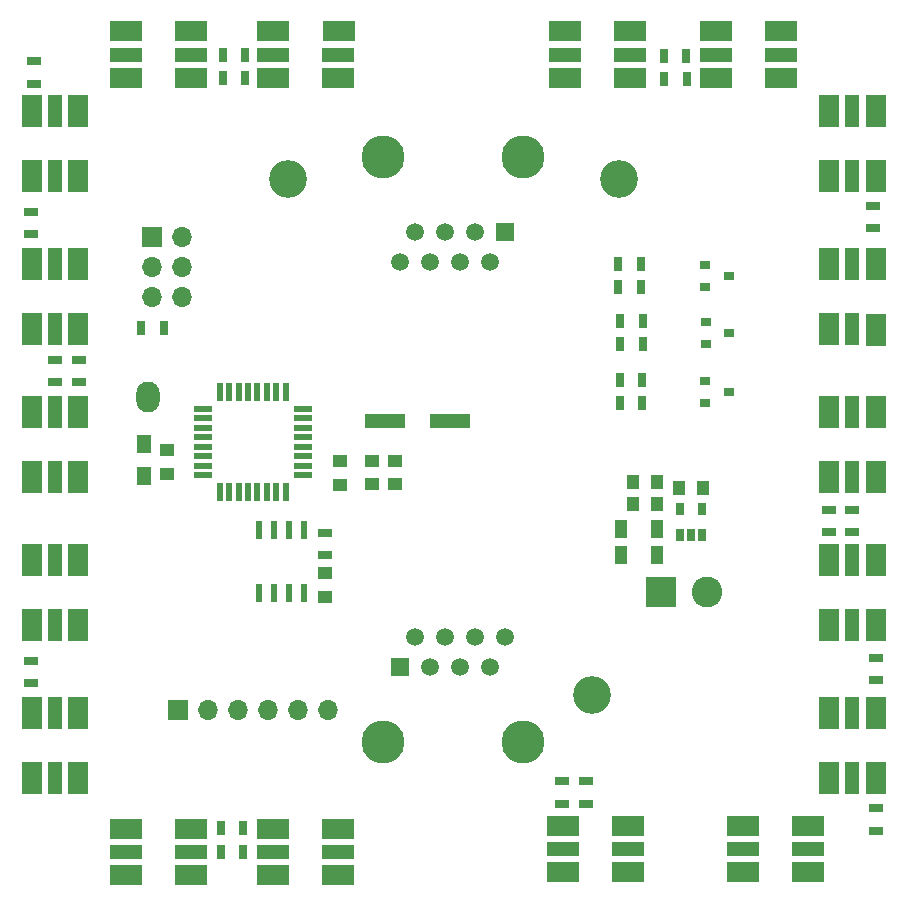
<source format=gts>
G04 #@! TF.FileFunction,Soldermask,Top*
%FSLAX46Y46*%
G04 Gerber Fmt 4.6, Leading zero omitted, Abs format (unit mm)*
G04 Created by KiCad (PCBNEW 4.0.5) date Monday, April 17, 2017 'AMt' 08:56:10 AM*
%MOMM*%
%LPD*%
G01*
G04 APERTURE LIST*
%ADD10C,0.100000*%
%ADD11C,3.200000*%
%ADD12R,0.700000X1.300000*%
%ADD13R,1.300000X0.700000*%
%ADD14R,1.250000X1.000000*%
%ADD15C,3.650000*%
%ADD16R,1.500000X1.500000*%
%ADD17C,1.500000*%
%ADD18R,1.000000X1.250000*%
%ADD19R,1.000000X1.600000*%
%ADD20R,1.600000X0.550000*%
%ADD21R,0.550000X1.600000*%
%ADD22O,2.000000X2.600000*%
%ADD23R,1.700000X1.700000*%
%ADD24O,1.700000X1.700000*%
%ADD25R,0.900000X0.800000*%
%ADD26R,0.650000X1.060000*%
%ADD27R,0.600000X1.550000*%
%ADD28R,2.600000X2.600000*%
%ADD29C,2.600000*%
%ADD30R,1.300000X1.500000*%
%ADD31R,3.500000X1.200000*%
%ADD32R,2.700000X1.700000*%
%ADD33R,2.700000X1.300000*%
%ADD34R,1.700000X2.700000*%
%ADD35R,1.300000X2.700000*%
G04 APERTURE END LIST*
D10*
D11*
X152000000Y-65000000D03*
D12*
X118450000Y-54550000D03*
X120350000Y-54550000D03*
X118450000Y-56500000D03*
X120350000Y-56500000D03*
D13*
X102250000Y-69700000D03*
X102250000Y-67800000D03*
D12*
X120200000Y-120000000D03*
X118300000Y-120000000D03*
X120200000Y-122000000D03*
X118300000Y-122000000D03*
D14*
X133009201Y-88874251D03*
X133009201Y-90874251D03*
X131109201Y-88874251D03*
X131109201Y-90874251D03*
X128400000Y-88900000D03*
X128400000Y-90900000D03*
D15*
X132000000Y-63150000D03*
X143870000Y-63150000D03*
D16*
X142380000Y-69500000D03*
D17*
X141110000Y-72040000D03*
X139840000Y-69500000D03*
X138570000Y-72040000D03*
X137300000Y-69500000D03*
X136030000Y-72040000D03*
X134760000Y-69500000D03*
X133490000Y-72040000D03*
D12*
X155850000Y-56550000D03*
X157750000Y-56550000D03*
X155800000Y-54600000D03*
X157700000Y-54600000D03*
D13*
X173500000Y-67300000D03*
X173500000Y-69200000D03*
X106250000Y-82200000D03*
X106250000Y-80300000D03*
X104250000Y-82200000D03*
X104250000Y-80300000D03*
X102250000Y-107700000D03*
X102250000Y-105800000D03*
D18*
X155200000Y-92550000D03*
X153200000Y-92550000D03*
D19*
X155200000Y-94650000D03*
X152200000Y-94650000D03*
X155200000Y-96850000D03*
X152200000Y-96850000D03*
D14*
X113694529Y-87983473D03*
X113694529Y-89983473D03*
X127100000Y-100400000D03*
X127100000Y-98400000D03*
D18*
X155200000Y-90650000D03*
X153200000Y-90650000D03*
X157100000Y-91150000D03*
X159100000Y-91150000D03*
D20*
X125244529Y-90083473D03*
X125244529Y-89283473D03*
X125244529Y-88483473D03*
X125244529Y-87683473D03*
X125244529Y-86883473D03*
X125244529Y-86083473D03*
X125244529Y-85283473D03*
X125244529Y-84483473D03*
D21*
X123794529Y-83033473D03*
X122994529Y-83033473D03*
X122194529Y-83033473D03*
X121394529Y-83033473D03*
X120594529Y-83033473D03*
X119794529Y-83033473D03*
X118994529Y-83033473D03*
X118194529Y-83033473D03*
D20*
X116744529Y-84483473D03*
X116744529Y-85283473D03*
X116744529Y-86083473D03*
X116744529Y-86883473D03*
X116744529Y-87683473D03*
X116744529Y-88483473D03*
X116744529Y-89283473D03*
X116744529Y-90083473D03*
D21*
X118194529Y-91533473D03*
X118994529Y-91533473D03*
X119794529Y-91533473D03*
X120594529Y-91533473D03*
X121394529Y-91533473D03*
X122194529Y-91533473D03*
X122994529Y-91533473D03*
X123794529Y-91533473D03*
D22*
X112100000Y-83500000D03*
D15*
X143870000Y-112700000D03*
X132000000Y-112700000D03*
D16*
X133490000Y-106350000D03*
D17*
X134760000Y-103810000D03*
X136030000Y-106350000D03*
X137300000Y-103810000D03*
X138570000Y-106350000D03*
X139840000Y-103810000D03*
X141110000Y-106350000D03*
X142380000Y-103810000D03*
D23*
X112500000Y-69960000D03*
D24*
X115040000Y-69960000D03*
X112500000Y-72500000D03*
X115040000Y-72500000D03*
X112500000Y-75040000D03*
X115040000Y-75040000D03*
D23*
X114660000Y-110000000D03*
D24*
X117200000Y-110000000D03*
X119740000Y-110000000D03*
X122280000Y-110000000D03*
X124820000Y-110000000D03*
X127360000Y-110000000D03*
D25*
X159300000Y-82100000D03*
X159300000Y-84000000D03*
X161300000Y-83050000D03*
X159350000Y-77125000D03*
X159350000Y-79025000D03*
X161350000Y-78075000D03*
X159300000Y-72300000D03*
X159300000Y-74200000D03*
X161300000Y-73250000D03*
D13*
X102500000Y-55050000D03*
X102500000Y-56950000D03*
X169800000Y-93000000D03*
X169800000Y-94900000D03*
X171750000Y-93000000D03*
X171750000Y-94900000D03*
X173750000Y-105550000D03*
X173750000Y-107450000D03*
X147150000Y-117900000D03*
X147150000Y-116000000D03*
X149200000Y-117900000D03*
X149200000Y-116000000D03*
X173750000Y-118300000D03*
X173750000Y-120200000D03*
D12*
X151950000Y-74200000D03*
X153850000Y-74200000D03*
X152100000Y-78975000D03*
X154000000Y-78975000D03*
X152050000Y-83950000D03*
X153950000Y-83950000D03*
X153950000Y-82050000D03*
X152050000Y-82050000D03*
X154000000Y-77075000D03*
X152100000Y-77075000D03*
X153850000Y-72200000D03*
X151950000Y-72200000D03*
X113450000Y-77600000D03*
X111550000Y-77600000D03*
D13*
X127100000Y-94950000D03*
X127100000Y-96850000D03*
D26*
X157150000Y-95150000D03*
X158100000Y-95150000D03*
X159050000Y-95150000D03*
X159050000Y-92950000D03*
X157150000Y-92950000D03*
D27*
X125305000Y-94700000D03*
X124035000Y-94700000D03*
X122765000Y-94700000D03*
X121495000Y-94700000D03*
X121495000Y-100100000D03*
X122765000Y-100100000D03*
X124035000Y-100100000D03*
X125305000Y-100100000D03*
D28*
X155520000Y-99980000D03*
D29*
X159480000Y-99980000D03*
D30*
X111794529Y-87433473D03*
X111794529Y-90133473D03*
D31*
X132200000Y-85500000D03*
X137700000Y-85500000D03*
D11*
X149700000Y-108700000D03*
X124000000Y-65000000D03*
D32*
X115750000Y-123975000D03*
D33*
X115750000Y-122000000D03*
D32*
X115750000Y-120025000D03*
X110240000Y-123975000D03*
D33*
X110250000Y-122000000D03*
D32*
X110250000Y-120025000D03*
X128250000Y-123975000D03*
D33*
X128250000Y-122000000D03*
D32*
X128250000Y-120025000D03*
X122740000Y-123975000D03*
D33*
X122750000Y-122000000D03*
D32*
X122750000Y-120025000D03*
X152750000Y-123725000D03*
D33*
X152750000Y-121750000D03*
D32*
X152750000Y-119775000D03*
X147240000Y-123725000D03*
D33*
X147250000Y-121750000D03*
D32*
X147250000Y-119775000D03*
X168000000Y-123725000D03*
D33*
X168000000Y-121750000D03*
D32*
X168000000Y-119775000D03*
X162490000Y-123725000D03*
D33*
X162500000Y-121750000D03*
D32*
X162500000Y-119775000D03*
D34*
X173725000Y-110250000D03*
D35*
X171750000Y-110250000D03*
D34*
X169775000Y-110250000D03*
X173725000Y-115760000D03*
D35*
X171750000Y-115750000D03*
D34*
X169775000Y-115750000D03*
X173725000Y-84750000D03*
D35*
X171750000Y-84750000D03*
D34*
X169775000Y-84750000D03*
X173725000Y-90260000D03*
D35*
X171750000Y-90250000D03*
D34*
X169775000Y-90250000D03*
X173725000Y-72250000D03*
D35*
X171750000Y-72250000D03*
D34*
X169775000Y-72250000D03*
X173725000Y-77760000D03*
D35*
X171750000Y-77750000D03*
D34*
X169775000Y-77750000D03*
X173725000Y-59250000D03*
D35*
X171750000Y-59250000D03*
D34*
X169775000Y-59250000D03*
X173725000Y-64760000D03*
D35*
X171750000Y-64750000D03*
D34*
X169775000Y-64750000D03*
D32*
X160250000Y-52525000D03*
D33*
X160250000Y-54500000D03*
D32*
X160250000Y-56475000D03*
X165760000Y-52525000D03*
D33*
X165750000Y-54500000D03*
D32*
X165750000Y-56475000D03*
X147450000Y-52525000D03*
D33*
X147450000Y-54500000D03*
D32*
X147450000Y-56475000D03*
X152960000Y-52525000D03*
D33*
X152950000Y-54500000D03*
D32*
X152950000Y-56475000D03*
X122750000Y-52525000D03*
D33*
X122750000Y-54500000D03*
D32*
X122750000Y-56475000D03*
X128260000Y-52525000D03*
D33*
X128250000Y-54500000D03*
D32*
X128250000Y-56475000D03*
X110250000Y-52525000D03*
D33*
X110250000Y-54500000D03*
D32*
X110250000Y-56475000D03*
X115760000Y-52525000D03*
D33*
X115750000Y-54500000D03*
D32*
X115750000Y-56475000D03*
D34*
X102275000Y-64750000D03*
D35*
X104250000Y-64750000D03*
D34*
X106225000Y-64750000D03*
X102275000Y-59240000D03*
D35*
X104250000Y-59250000D03*
D34*
X106225000Y-59250000D03*
X102275000Y-77750000D03*
D35*
X104250000Y-77750000D03*
D34*
X106225000Y-77750000D03*
X102275000Y-72240000D03*
D35*
X104250000Y-72250000D03*
D34*
X106225000Y-72250000D03*
X102275000Y-90250000D03*
D35*
X104250000Y-90250000D03*
D34*
X106225000Y-90250000D03*
X102275000Y-84740000D03*
D35*
X104250000Y-84750000D03*
D34*
X106225000Y-84750000D03*
X102275000Y-115750000D03*
D35*
X104250000Y-115750000D03*
D34*
X106225000Y-115750000D03*
X102275000Y-110240000D03*
D35*
X104250000Y-110250000D03*
D34*
X106225000Y-110250000D03*
X102275000Y-102750000D03*
D35*
X104250000Y-102750000D03*
D34*
X106225000Y-102750000D03*
X102275000Y-97240000D03*
D35*
X104250000Y-97250000D03*
D34*
X106225000Y-97250000D03*
X173725000Y-97250000D03*
D35*
X171750000Y-97250000D03*
D34*
X169775000Y-97250000D03*
X173725000Y-102760000D03*
D35*
X171750000Y-102750000D03*
D34*
X169775000Y-102750000D03*
M02*

</source>
